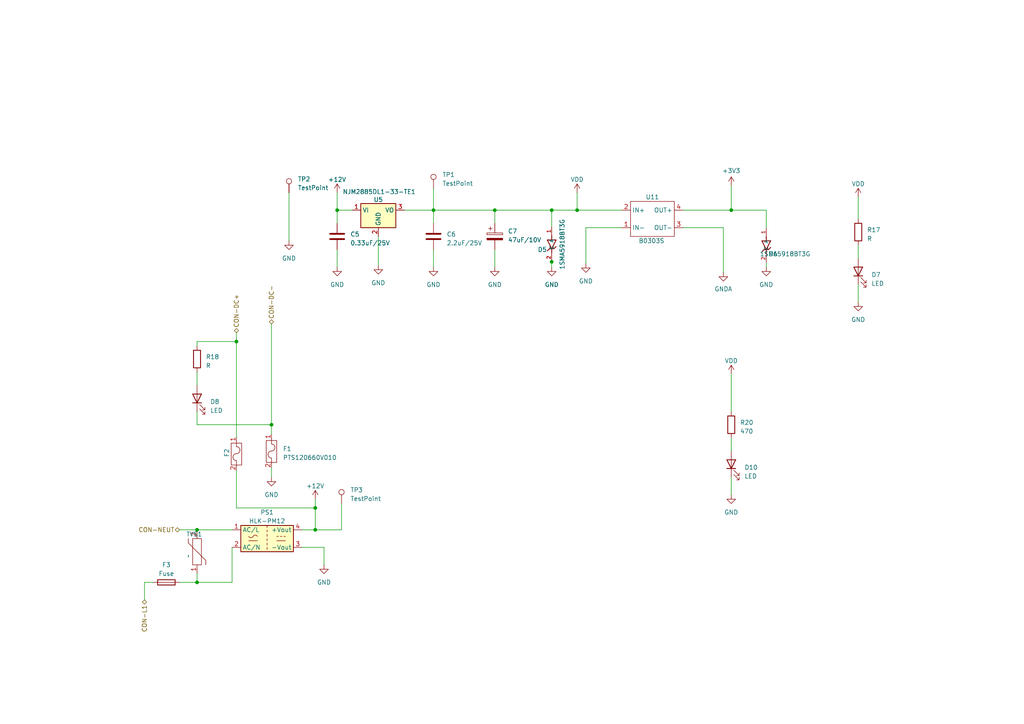
<source format=kicad_sch>
(kicad_sch (version 20230121) (generator eeschema)
  (paper "A4")
  (lib_symbols
    (symbol "1SMA5918BT3G:1SMA5918BT3G" (pin_names (offset 1.016))
      (property "Reference" "D6" (at 2.54 0.635 90))
      (property "Value" "1SMA5918BT3G" (at 2.54 -1.905 90))
      (symbol "1SMA5918BT3G_0_0"
        (polyline (pts (xy -2.54 0) (xy -1.27 0)) (stroke (width 0.254)))
        (polyline (pts (xy -1.27 -1.27) (xy 1.27 0)) (stroke (width 0.254)))
        (polyline (pts (xy -1.27 0) (xy -1.27 -1.27)) (stroke (width 0.254)))
        (polyline (pts (xy -1.27 1.27) (xy -1.27 0)) (stroke (width 0.254)))
        (polyline (pts (xy 0.635 1.27) (xy 1.27 0.635)) (stroke (width 0.254)))
        (polyline (pts (xy 1.27 -0.635) (xy 1.905 -1.27)) (stroke (width 0.254)))
        (polyline (pts (xy 1.27 0) (xy -1.27 1.27)) (stroke (width 0.254)))
        (polyline (pts (xy 1.27 0) (xy 1.27 -0.635)) (stroke (width 0.254)))
        (polyline (pts (xy 1.27 0.635) (xy 1.27 0)) (stroke (width 0.254)))
        (polyline (pts (xy 2.54 0) (xy 1.27 0)) (stroke (width 0.254)))
        (pin passive line (at -5.08 0 0) (length 2.54) (name "A") (number "1"))
        (pin passive line (at 5.08 0 180) (length 2.54) (name "C") (number "2"))
      )
    )
    (symbol "1SMA5918BT3G_1" (pin_names (offset 1.016))
      (property "Reference" "D5" (at 0.635 -2.54 90))
      (property "Value" "1SMA5918BT3G" (at -1.905 -2.54 90))
      (symbol "1SMA5918BT3G_1_0_0"
        (polyline (pts (xy -2.54 0) (xy -1.27 0)) (stroke (width 0.254)))
        (polyline (pts (xy -1.27 -1.27) (xy 1.27 0)) (stroke (width 0.254)))
        (polyline (pts (xy -1.27 0) (xy -1.27 -1.27)) (stroke (width 0.254)))
        (polyline (pts (xy -1.27 1.27) (xy -1.27 0)) (stroke (width 0.254)))
        (polyline (pts (xy 0.635 1.27) (xy 1.27 0.635)) (stroke (width 0.254)))
        (polyline (pts (xy 1.27 -0.635) (xy 1.905 -1.27)) (stroke (width 0.254)))
        (polyline (pts (xy 1.27 0) (xy -1.27 1.27)) (stroke (width 0.254)))
        (polyline (pts (xy 1.27 0) (xy 1.27 -0.635)) (stroke (width 0.254)))
        (polyline (pts (xy 1.27 0.635) (xy 1.27 0)) (stroke (width 0.254)))
        (polyline (pts (xy 2.54 0) (xy 1.27 0)) (stroke (width 0.254)))
        (pin passive line (at -5.08 0 0) (length 2.54) (name "A") (number "1"))
        (pin passive line (at 5.08 0 180) (length 2.54) (name "C") (number "2"))
      )
    )
    (symbol "Connector:TestPoint" (pin_numbers hide) (pin_names (offset 0.762) hide)
      (property "Reference" "TP" (at 0 6.858 0))
      (property "Value" "TestPoint" (at 0 5.08 0))
      (symbol "TestPoint_0_1"
        (circle (center 0 3.302) (radius 0.762))
      )
      (symbol "TestPoint_1_1"
        (pin passive line (at 0 0 90) (length 2.54) (name "1") (number "1"))
      )
    )
    (symbol "Converter_ACDC:HLK-PM12"
      (property "Reference" "PS" (at 0 5.08 0))
      (property "Value" "HLK-PM12" (at 0 -5.08 0))
      (symbol "HLK-PM12_0_1"
        (rectangle (start -7.62 3.81) (end 7.62 -3.81) (stroke (width 0.254)) (fill (type background)))
        (arc (start -5.334 0.635) (mid -4.699 0.2495) (end -4.064 0.635))
        (arc (start -2.794 0.635) (mid -3.429 1.0072) (end -4.064 0.635))
        (polyline (pts (xy -5.334 -0.635) (xy -2.794 -0.635)))
        (polyline (pts (xy 0 -2.54) (xy 0 -3.175)))
        (polyline (pts (xy 0 -1.27) (xy 0 -1.905)))
        (polyline (pts (xy 0 0) (xy 0 -0.635)))
        (polyline (pts (xy 0 1.27) (xy 0 0.635)))
        (polyline (pts (xy 0 2.54) (xy 0 1.905)))
        (polyline (pts (xy 0 3.81) (xy 0 3.175)))
        (polyline (pts (xy 2.794 -0.635) (xy 5.334 -0.635)))
        (polyline (pts (xy 2.794 0.635) (xy 3.302 0.635)))
        (polyline (pts (xy 3.81 0.635) (xy 4.318 0.635)))
        (polyline (pts (xy 4.826 0.635) (xy 5.334 0.635)))
      )
      (symbol "HLK-PM12_1_1"
        (pin power_in line (at -10.16 2.54 0) (length 2.54) (name "AC/L") (number "1"))
        (pin power_in line (at -10.16 -2.54 0) (length 2.54) (name "AC/N") (number "2"))
        (pin power_out line (at 10.16 -2.54 180) (length 2.54) (name "-Vout") (number "3"))
        (pin power_out line (at 10.16 2.54 180) (length 2.54) (name "+Vout") (number "4"))
      )
    )
    (symbol "Device:C" (pin_numbers hide) (pin_names (offset 0.254))
      (property "Reference" "C" (at 0.635 2.54 0))
      (property "Value" "C" (at 0.635 -2.54 0))
      (symbol "C_0_1"
        (polyline (pts (xy -2.032 -0.762) (xy 2.032 -0.762)) (stroke (width 0.508)))
        (polyline (pts (xy -2.032 0.762) (xy 2.032 0.762)) (stroke (width 0.508)))
      )
      (symbol "C_1_1"
        (pin passive line (at 0 3.81 270) (length 2.794) (name "~") (number "1"))
        (pin passive line (at 0 -3.81 90) (length 2.794) (name "~") (number "2"))
      )
    )
    (symbol "Device:C_Polarized" (pin_numbers hide) (pin_names (offset 0.254))
      (property "Reference" "C" (at 0.635 2.54 0))
      (property "Value" "C_Polarized" (at 0.635 -2.54 0))
      (symbol "C_Polarized_0_1"
        (rectangle (start -2.286 0.508) (end 2.286 1.016))
        (polyline (pts (xy -1.778 2.286) (xy -0.762 2.286)))
        (polyline (pts (xy -1.27 2.794) (xy -1.27 1.778)))
        (rectangle (start 2.286 -0.508) (end -2.286 -1.016) (fill (type outline)))
      )
      (symbol "C_Polarized_1_1"
        (pin passive line (at 0 3.81 270) (length 2.794) (name "~") (number "1"))
        (pin passive line (at 0 -3.81 90) (length 2.794) (name "~") (number "2"))
      )
    )
    (symbol "Device:Fuse" (pin_numbers hide) (pin_names (offset 0))
      (property "Reference" "F" (at 2.032 0 90))
      (property "Value" "Fuse" (at -1.905 0 90))
      (symbol "Fuse_0_1"
        (rectangle (start -0.762 -2.54) (end 0.762 2.54) (stroke (width 0.254)))
        (polyline (pts (xy 0 2.54) (xy 0 -2.54)))
      )
      (symbol "Fuse_1_1"
        (pin passive line (at 0 3.81 270) (length 1.27) (name "~") (number "1"))
        (pin passive line (at 0 -3.81 90) (length 1.27) (name "~") (number "2"))
      )
    )
    (symbol "Device:LED" (pin_numbers hide) (pin_names (offset 1.016) hide)
      (property "Reference" "D" (at 0 2.54 0))
      (property "Value" "LED" (at 0 -2.54 0))
      (symbol "LED_0_1"
        (polyline (pts (xy -1.27 -1.27) (xy -1.27 1.27)) (stroke (width 0.254)))
        (polyline (pts (xy -1.27 0) (xy 1.27 0)))
        (polyline (pts (xy 1.27 -1.27) (xy 1.27 1.27) (xy -1.27 0) (xy 1.27 -1.27)) (stroke (width 0.254)))
        (polyline (pts (xy -3.048 -0.762) (xy -4.572 -2.286) (xy -3.81 -2.286) (xy -4.572 -2.286) (xy -4.572 -1.524)))
        (polyline (pts (xy -1.778 -0.762) (xy -3.302 -2.286) (xy -2.54 -2.286) (xy -3.302 -2.286) (xy -3.302 -1.524)))
      )
      (symbol "LED_1_1"
        (pin passive line (at -3.81 0 0) (length 2.54) (name "K") (number "1"))
        (pin passive line (at 3.81 0 180) (length 2.54) (name "A") (number "2"))
      )
    )
    (symbol "Device:R" (pin_numbers hide) (pin_names (offset 0))
      (property "Reference" "R" (at 2.032 0 90))
      (property "Value" "R" (at 0 0 90))
      (symbol "R_0_1"
        (rectangle (start -1.016 -2.54) (end 1.016 2.54) (stroke (width 0.254)))
      )
      (symbol "R_1_1"
        (pin passive line (at 0 3.81 270) (length 1.27) (name "~") (number "1"))
        (pin passive line (at 0 -3.81 90) (length 1.27) (name "~") (number "2"))
      )
    )
    (symbol "New_Library:B0505S-W2R2"
      (property "Reference" "U11" (at 1.27 6.35 0))
      (property "Value" "~" (at -15.24 10.16 0))
      (symbol "B0505S-W2R2_0_1"
        (rectangle (start -5.08 5.08) (end 7.62 -5.08))
      )
      (symbol "B0505S-W2R2_1_1"
        (pin input line (at -7.62 -2.54 0) (length 2.54) (name "IN-") (number "1"))
        (pin input line (at -7.62 2.54 0) (length 2.54) (name "IN+") (number "2"))
        (pin output line (at 10.16 -2.54 180) (length 2.54) (name "OUT-") (number "3"))
        (pin output line (at 10.16 2.54 180) (length 2.54) (name "OUT+") (number "4"))
      )
    )
    (symbol "New_Library:NJM2885DL1-33-TE1"
      (property "Reference" "U" (at 0 0 0))
      (symbol "NJM2885DL1-33-TE1_0_1"
        (rectangle (start -4.826 -1.143) (end 5.334 -8.128) (stroke (width 0.254)) (fill (type background)))
      )
      (symbol "NJM2885DL1-33-TE1_1_1"
        (pin power_in line (at -7.366 -3.048 0) (length 2.54) (name "VI") (number "1"))
        (pin power_in line (at 0.254 -10.668 90) (length 2.54) (name "GND") (number "2"))
        (pin power_out line (at 7.874 -3.048 180) (length 2.54) (name "VO") (number "3"))
      )
    )
    (symbol "New_Library:P10V275"
      (property "Reference" "TVS1" (at 6.35 0.635 90))
      (property "Value" "~" (at 0 0 0))
      (symbol "P10V275_0_1"
        (polyline (pts (xy 5.08 0) (xy 3.81 0) (xy -1.27 -5.08) (xy -2.54 -5.08)))
        (polyline (pts (xy -2.54 -1.27) (xy -2.54 -3.81) (xy 5.08 -3.81) (xy 5.08 -1.27) (xy -2.54 -1.27)))
      )
      (symbol "P10V275_1_1"
        (pin bidirectional line (at -5.08 -2.54 0) (length 2.54) (name "") (number "1"))
        (pin bidirectional line (at 7.62 -2.54 180) (length 2.54) (name "") (number "2"))
      )
    )
    (symbol "New_Library:PTS120660V010"
      (property "Reference" "F" (at 0 0 90))
      (property "Value" "PTS120660V010" (at 5.588 1.016 90))
      (symbol "PTS120660V010_0_1"
        (polyline (pts (xy 2.54 -3.302) (xy 2.54 -1.778)))
        (polyline (pts (xy 2.54 2.286) (xy 2.54 3.81)))
        (rectangle (start 1.016 3.302) (end 4.064 -3.048))
        (arc (start 1.5222 -0.7638) (mid 1.8203 -1.4817) (end 2.5382 -1.7798))
        (arc (start 2.5382 0.2558) (mid 1.8203 -0.0423) (end 1.5222 -0.7602))
        (arc (start 2.5418 0.2522) (mid 3.2597 0.5503) (end 3.5578 1.2682))
        (arc (start 3.556 1.27) (mid 3.2578 1.9878) (end 2.54 2.286))
      )
      (symbol "PTS120660V010_1_1"
        (pin passive line (at 2.54 5.08 270) (length 1.27) (name "~") (number "1"))
        (pin passive line (at 2.54 -4.572 90) (length 1.27) (name "~") (number "2"))
      )
    )
    (symbol "power:+12V" (power) (pin_names (offset 0))
      (property "Value" "+12V" (at 0 3.556 0))
      (symbol "+12V_0_1"
        (polyline (pts (xy -0.762 1.27) (xy 0 2.54)))
        (polyline (pts (xy 0 0) (xy 0 2.54)))
        (polyline (pts (xy 0 2.54) (xy 0.762 1.27)))
      )
      (symbol "+12V_1_1"
        (pin power_in line (at 0 0 90) (length 0) hide (name "+12V") (number "1"))
      )
    )
    (symbol "power:+3V3" (power) (pin_names (offset 0))
      (property "Value" "+3V3" (at 0 3.556 0))
      (symbol "+3V3_0_1"
        (polyline (pts (xy -0.762 1.27) (xy 0 2.54)))
        (polyline (pts (xy 0 0) (xy 0 2.54)))
        (polyline (pts (xy 0 2.54) (xy 0.762 1.27)))
      )
      (symbol "+3V3_1_1"
        (pin power_in line (at 0 0 90) (length 0) hide (name "+3V3") (number "1"))
      )
    )
    (symbol "power:GND" (power) (pin_names (offset 0))
      (property "Value" "GND" (at 0 -3.81 0))
      (symbol "GND_0_1"
        (polyline (pts (xy 0 0) (xy 0 -1.27) (xy 1.27 -1.27) (xy 0 -2.54) (xy -1.27 -1.27) (xy 0 -1.27)))
      )
      (symbol "GND_1_1"
        (pin power_in line (at 0 0 270) (length 0) hide (name "GND") (number "1"))
      )
    )
    (symbol "power:GNDA" (power) (pin_names (offset 0))
      (property "Value" "GNDA" (at 0 -3.81 0))
      (symbol "GNDA_0_1"
        (polyline (pts (xy 0 0) (xy 0 -1.27) (xy 1.27 -1.27) (xy 0 -2.54) (xy -1.27 -1.27) (xy 0 -1.27)))
      )
      (symbol "GNDA_1_1"
        (pin power_in line (at 0 0 270) (length 0) hide (name "GNDA") (number "1"))
      )
    )
    (symbol "power:VDD" (power) (pin_names (offset 0))
      (property "Value" "VDD" (at 0 3.81 0))
      (symbol "VDD_0_1"
        (polyline (pts (xy -0.762 1.27) (xy 0 2.54)))
        (polyline (pts (xy 0 0) (xy 0 2.54)))
        (polyline (pts (xy 0 2.54) (xy 0.762 1.27)))
      )
      (symbol "VDD_1_1"
        (pin power_in line (at 0 0 90) (length 0) hide (name "VDD") (number "1"))
      )
    )
  )
  (junction (at 57.15 153.67))
  (junction (at 167.386 60.96))
  (junction (at 160.02 60.96))
  (junction (at 125.73 60.96))
  (junction (at 91.44 147.32))
  (junction (at 68.58 99.06))
  (junction (at 78.74 123.19))
  (junction (at 97.79 60.96))
  (junction (at 91.44 153.67))
  (junction (at 160.02 75.946))
  (junction (at 57.15 168.91))
  (junction (at 143.51 60.96))
  (junction (at 212.09 60.96))
  (wire (pts (xy 117.348 60.96) (xy 125.73 60.96)))
  (wire (pts (xy 57.15 168.91) (xy 67.31 168.91)))
  (wire (pts (xy 91.44 144.78) (xy 91.44 147.32)))
  (wire (pts (xy 143.51 72.39) (xy 143.51 77.47)))
  (wire (pts (xy 209.804 66.04) (xy 209.804 78.994)))
  (wire (pts (xy 212.09 127) (xy 212.09 130.81)))
  (wire (pts (xy 87.63 158.75) (xy 93.98 158.75)))
  (wire (pts (xy 167.386 55.88) (xy 167.386 60.96)))
  (wire (pts (xy 248.92 71.12) (xy 248.92 74.93)))
  (wire (pts (xy 68.58 99.06) (xy 68.58 126.746)))
  (wire (pts (xy 52.07 168.91) (xy 57.15 168.91)))
  (wire (pts (xy 68.58 136.398) (xy 68.58 147.32)))
  (wire (pts (xy 125.73 60.96) (xy 143.51 60.96)))
  (wire (pts (xy 57.15 166.37) (xy 57.15 168.91)))
  (wire (pts (xy 99.06 153.67) (xy 91.44 153.67)))
  (wire (pts (xy 68.58 147.32) (xy 91.44 147.32)))
  (wire (pts (xy 198.12 60.96) (xy 212.09 60.96)))
  (wire (pts (xy 167.386 60.96) (xy 180.34 60.96)))
  (wire (pts (xy 57.15 153.67) (xy 67.31 153.67)))
  (wire (pts (xy 248.92 82.55) (xy 248.92 87.63)))
  (wire (pts (xy 169.926 66.04) (xy 180.34 66.04)))
  (wire (pts (xy 97.79 60.96) (xy 102.108 60.96)))
  (wire (pts (xy 125.73 54.61) (xy 125.73 60.96)))
  (wire (pts (xy 67.31 168.91) (xy 67.31 158.75)))
  (wire (pts (xy 160.02 60.96) (xy 160.02 65.786)))
  (wire (pts (xy 248.92 57.15) (xy 248.92 63.5)))
  (wire (pts (xy 83.82 55.88) (xy 83.82 69.85)))
  (wire (pts (xy 212.09 53.848) (xy 212.09 60.96)))
  (wire (pts (xy 160.02 75.946) (xy 160.02 77.47)))
  (wire (pts (xy 52.07 153.67) (xy 57.15 153.67)))
  (wire (pts (xy 222.25 76.2) (xy 222.25 77.47)))
  (wire (pts (xy 97.79 55.88) (xy 97.79 60.96)))
  (wire (pts (xy 78.74 135.636) (xy 78.74 138.43)))
  (wire (pts (xy 91.44 147.32) (xy 91.44 153.67)))
  (wire (pts (xy 99.06 146.05) (xy 99.06 153.67)))
  (wire (pts (xy 125.73 60.96) (xy 125.73 64.77)))
  (wire (pts (xy 97.79 60.96) (xy 97.79 64.77)))
  (wire (pts (xy 212.09 108.458) (xy 212.09 119.38)))
  (wire (pts (xy 143.51 60.96) (xy 160.02 60.96)))
  (wire (pts (xy 68.58 96.52) (xy 68.58 99.06)))
  (wire (pts (xy 212.09 60.96) (xy 222.25 60.96)))
  (wire (pts (xy 57.15 99.06) (xy 68.58 99.06)))
  (wire (pts (xy 143.51 60.96) (xy 143.51 64.77)))
  (wire (pts (xy 57.15 107.95) (xy 57.15 111.76)))
  (wire (pts (xy 222.25 66.04) (xy 222.25 60.96)))
  (wire (pts (xy 160.02 75.946) (xy 160.02 75.184)))
  (wire (pts (xy 125.73 72.39) (xy 125.73 77.47)))
  (wire (pts (xy 169.926 76.454) (xy 169.926 66.04)))
  (wire (pts (xy 160.02 60.96) (xy 167.386 60.96)))
  (wire (pts (xy 109.728 68.58) (xy 109.728 76.962)))
  (wire (pts (xy 78.74 123.19) (xy 57.15 123.19)))
  (wire (pts (xy 41.91 173.99) (xy 41.91 168.91)))
  (wire (pts (xy 212.09 138.43) (xy 212.09 143.51)))
  (wire (pts (xy 93.98 158.75) (xy 93.98 163.83)))
  (wire (pts (xy 198.12 66.04) (xy 209.804 66.04)))
  (wire (pts (xy 41.91 168.91) (xy 44.45 168.91)))
  (wire (pts (xy 57.15 123.19) (xy 57.15 119.38)))
  (wire (pts (xy 78.74 93.98) (xy 78.74 123.19)))
  (wire (pts (xy 78.74 123.19) (xy 78.74 125.984)))
  (wire (pts (xy 57.15 99.06) (xy 57.15 100.33)))
  (wire (pts (xy 91.44 153.67) (xy 87.63 153.67)))
  (wire (pts (xy 97.79 72.39) (xy 97.79 77.47)))
  (hierarchical_label "CON-NEUT" (shape bidirectional) (at 52.07 153.67 180))
  (hierarchical_label "CON-DC-" (shape bidirectional) (at 78.74 93.98 90))
  (hierarchical_label "CON-L1" (shape bidirectional) (at 41.91 173.99 270))
  (hierarchical_label "CON-DC+" (shape bidirectional) (at 68.58 96.52 90))
  (symbol (lib_id "1SMA5918BT3G:1SMA5918BT3G") (at 222.25 71.12 270) (unit 1)
    (property "Reference" "D6" (at 222.885 73.66 90) (effects (justify left)))
    (property "Value" "1SMA5918BT3G" (at 220.345 73.66 90) (effects (justify left)))
    (property "Footprint" "Diode_SMD:D_0805_2012Metric" (effects hide))
    (property "PARTREV" "10" (effects hide))
    (property "STANDARD" "IPC-7351B" (effects hide))
    (property "MAXIMUM_PACKAGE_HEIGHT" "2.20mm" (effects hide))
    (property "MANUFACTURER" "ON Semiconductor" (effects hide))
  )
  (symbol (lib_id "power:VDD") (at 248.92 57.15 0) (unit 1)
    (property "Reference" "#PWR032" (effects hide))
    (property "Value" "VDD" (at 248.92 53.34 0))
  )
  (symbol (lib_id "power:GND") (at 212.09 143.51 0) (unit 1)
    (property "Reference" "#PWR040" (effects hide))
    (property "Value" "GND" (at 212.09 148.59 0))
  )
  (symbol (lib_id "Device:R") (at 57.15 104.14 0) (unit 1)
    (property "Reference" "R18" (at 59.69 103.505 0) (effects (justify left)))
    (property "Value" "R" (at 59.69 106.045 0) (effects (justify left)))
    (property "Footprint" "Diode_SMD:D_0805_2012Metric" (effects hide))
  )
  (symbol (lib_id "power:GND") (at 160.02 77.47 0) (unit 1)
    (property "Reference" "#PWR028" (effects hide))
    (property "Value" "GND" (at 160.02 82.55 0))
  )
  (symbol (lib_id "power:GND") (at 78.74 138.43 0) (unit 1)
    (property "Reference" "#PWR034" (effects hide))
    (property "Value" "GND" (at 78.74 143.51 0))
  )
  (symbol (lib_id "power:GND") (at 125.73 77.47 0) (unit 1)
    (property "Reference" "#PWR026" (effects hide))
    (property "Value" "GND" (at 125.73 82.55 0))
  )
  (symbol (lib_name "1SMA5918BT3G_1") (lib_id "1SMA5918BT3G:1SMA5918BT3G") (at 160.02 70.866 270) (unit 1)
    (property "Reference" "D5" (at 155.956 72.39 90) (effects (justify left)))
    (property "Value" "1SMA5918BT3G" (at 163.068 63.5 0) (effects (justify left)))
    (property "Footprint" "Diode_SMD:D_0805_2012Metric" (effects hide))
    (property "PARTREV" "10" (effects hide))
    (property "STANDARD" "IPC-7351B" (effects hide))
    (property "MAXIMUM_PACKAGE_HEIGHT" "2.20mm" (effects hide))
    (property "MANUFACTURER" "ON Semiconductor" (effects hide))
  )
  (symbol (lib_id "Connector:TestPoint") (at 125.73 54.61 0) (unit 1)
    (property "Reference" "TP1" (at 128.27 50.673 0) (effects (justify left)))
    (property "Value" "TestPoint" (at 128.27 53.213 0) (effects (justify left)))
    (property "Footprint" "TestPoint:TestPoint_Loop_D1.80mm_Drill1.0mm_Beaded" (effects hide))
  )
  (symbol (lib_id "New_Library:P10V275") (at 54.61 161.29 90) (unit 1)
    (property "Reference" "TVS1" (at 53.975 154.94 90) (effects (justify right)))
    (property "Value" "~" (at 54.61 161.29 0))
    (property "Footprint" "Varistor:RV_Disc_D21.5mm_W7.5mm_P10mm" (effects hide))
  )
  (symbol (lib_id "power:+12V") (at 91.44 144.78 0) (unit 1)
    (property "Reference" "#PWR035" (effects hide))
    (property "Value" "+12V" (at 91.44 140.97 0))
  )
  (symbol (lib_id "power:GND") (at 93.98 163.83 0) (unit 1)
    (property "Reference" "#PWR036" (effects hide))
    (property "Value" "GND" (at 93.98 168.91 0))
  )
  (symbol (lib_id "power:GND") (at 83.82 69.85 0) (unit 1)
    (property "Reference" "#PWR031" (effects hide))
    (property "Value" "GND" (at 83.82 74.93 0))
  )
  (symbol (lib_id "power:GND") (at 97.79 77.47 0) (unit 1)
    (property "Reference" "#PWR025" (effects hide))
    (property "Value" "GND" (at 97.79 82.55 0))
  )
  (symbol (lib_id "Device:C") (at 125.73 68.58 0) (unit 1)
    (property "Reference" "C6" (at 129.54 67.945 0) (effects (justify left)))
    (property "Value" "2.2uF/25V" (at 129.54 70.485 0) (effects (justify left)))
    (property "Footprint" "Capacitor_SMD:C_0805_2012Metric" (effects hide))
  )
  (symbol (lib_id "Device:C_Polarized") (at 143.51 68.58 0) (unit 1)
    (property "Reference" "C7" (at 147.32 67.056 0) (effects (justify left)))
    (property "Value" "47uF/10V" (at 147.32 69.596 0) (effects (justify left)))
    (property "Footprint" "Capacitor_SMD:C_0805_2012Metric" (effects hide))
  )
  (symbol (lib_id "New_Library:PTS120660V010") (at 66.04 131.826 0) (unit 1)
    (property "Reference" "F2" (at 65.786 132.588 90) (effects (justify left)))
    (property "Value" "PTS120660V010" (effects hide))
    (property "Footprint" "Fuse:Fuse_1206_3216Metric" (effects hide))
  )
  (symbol (lib_id "New_Library:PTS120660V010") (at 76.2 131.064 0) (unit 1)
    (property "Reference" "F1" (at 82.042 130.175 0) (effects (justify left)))
    (property "Value" "PTS120660V010" (at 82.042 132.715 0) (effects (justify left)))
    (property "Footprint" "Fuse:Fuse_1206_3216Metric" (effects hide))
  )
  (symbol (lib_id "power:+12V") (at 97.79 55.88 0) (unit 1)
    (property "Reference" "#PWR021" (effects hide))
    (property "Value" "+12V" (at 97.79 52.07 0))
  )
  (symbol (lib_id "Device:C") (at 97.79 68.58 0) (unit 1)
    (property "Reference" "C5" (at 101.6 67.945 0) (effects (justify left)))
    (property "Value" "0.33uF/25V" (at 101.6 70.485 0) (effects (justify left)))
    (property "Footprint" "Capacitor_SMD:C_0805_2012Metric" (effects hide))
  )
  (symbol (lib_id "power:GNDA") (at 209.804 78.994 0) (unit 1)
    (property "Reference" "#PWR030" (effects hide))
    (property "Value" "GNDA" (at 209.804 83.82 0))
  )
  (symbol (lib_id "Converter_ACDC:HLK-PM12") (at 77.47 156.21 0) (unit 1)
    (property "Reference" "PS1" (at 77.47 148.59 0))
    (property "Value" "HLK-PM12" (at 77.47 151.13 0))
    (property "Footprint" "Converter_ACDC:Converter_ACDC_HiLink_HLK-PMxx" (effects hide))
    (property "Datasheet" "http://www.hlktech.net/product_detail.php?ProId=56" (effects hide))
  )
  (symbol (lib_id "power:GND") (at 222.25 77.47 0) (unit 1)
    (property "Reference" "#PWR023" (effects hide))
    (property "Value" "GND" (at 222.25 82.55 0))
  )
  (symbol (lib_id "New_Library:B0505S-W2R2") (at 187.96 63.5 0) (unit 1)
    (property "Reference" "U11" (at 189.23 57.15 0))
    (property "Value" "B0303S" (at 188.976 69.85 0))
    (property "Footprint" "Huellas:B0505S-W2R2" (effects hide))
  )
  (symbol (lib_id "power:VDD") (at 212.09 108.458 0) (unit 1)
    (property "Reference" "#PWR022" (effects hide))
    (property "Value" "VDD" (at 212.09 104.648 0))
  )
  (symbol (lib_id "Device:LED") (at 57.15 115.57 90) (unit 1)
    (property "Reference" "D8" (at 60.96 116.5225 90) (effects (justify right)))
    (property "Value" "LED" (at 60.96 119.0625 90) (effects (justify right)))
    (property "Footprint" "Diode_SMD:D_0805_2012Metric" (effects hide))
  )
  (symbol (lib_id "power:GND") (at 248.92 87.63 0) (unit 1)
    (property "Reference" "#PWR033" (effects hide))
    (property "Value" "GND" (at 248.92 92.71 0))
  )
  (symbol (lib_id "Device:LED") (at 248.92 78.74 90) (unit 1)
    (property "Reference" "D7" (at 252.73 79.6925 90) (effects (justify right)))
    (property "Value" "LED" (at 252.73 82.2325 90) (effects (justify right)))
    (property "Footprint" "Diode_SMD:D_0805_2012Metric" (effects hide))
  )
  (symbol (lib_id "Device:Fuse") (at 48.26 168.91 90) (unit 1)
    (property "Reference" "F3" (at 48.26 163.83 90))
    (property "Value" "Fuse" (at 48.26 166.37 90))
    (property "Footprint" "Fuse:Fuseholder_Cylinder-5x20mm_Stelvio-Kontek_PTF78_Horizontal_Open" (effects hide))
  )
  (symbol (lib_id "Device:LED") (at 212.09 134.62 90) (unit 1)
    (property "Reference" "D10" (at 215.9 135.5725 90) (effects (justify right)))
    (property "Value" "LED" (at 215.9 138.1125 90) (effects (justify right)))
    (property "Footprint" "Diode_SMD:D_0805_2012Metric" (effects hide))
  )
  (symbol (lib_id "New_Library:NJM2885DL1-33-TE1") (at 109.474 57.912 0) (unit 1)
    (property "Reference" "U5" (at 109.728 57.912 0))
    (property "Value" "NJM2885DL1-33-TE1" (at 109.982 55.626 0))
    (property "Footprint" "3.3:DPAK228P968X238-4N" (effects hide))
  )
  (symbol (lib_id "Connector:TestPoint") (at 83.82 55.88 0) (unit 1)
    (property "Reference" "TP2" (at 86.36 51.943 0) (effects (justify left)))
    (property "Value" "TestPoint" (at 86.36 54.483 0) (effects (justify left)))
    (property "Footprint" "TestPoint:TestPoint_Loop_D1.80mm_Drill1.0mm_Beaded" (effects hide))
  )
  (symbol (lib_id "power:GND") (at 169.926 76.454 0) (unit 1)
    (property "Reference" "#PWR029" (effects hide))
    (property "Value" "GND" (at 169.926 81.534 0))
  )
  (symbol (lib_id "Device:R") (at 212.09 123.19 0) (unit 1)
    (property "Reference" "R20" (at 214.63 122.555 0) (effects (justify left)))
    (property "Value" "470" (at 214.63 125.095 0) (effects (justify left)))
    (property "Footprint" "Diode_SMD:D_0805_2012Metric" (effects hide))
  )
  (symbol (lib_id "power:VDD") (at 167.386 55.88 0) (unit 1)
    (property "Reference" "#PWR062" (effects hide))
    (property "Value" "VDD" (at 167.386 52.07 0))
  )
  (symbol (lib_id "power:+3V3") (at 212.09 53.848 0) (unit 1)
    (property "Reference" "#PWR024" (effects hide))
    (property "Value" "+3V3" (at 212.09 49.53 0))
  )
  (symbol (lib_id "power:GND") (at 143.51 77.47 0) (unit 1)
    (property "Reference" "#PWR027" (effects hide))
    (property "Value" "GND" (at 143.51 82.55 0))
  )
  (symbol (lib_id "Connector:TestPoint") (at 99.06 146.05 0) (unit 1)
    (property "Reference" "TP3" (at 101.6 142.113 0) (effects (justify left)))
    (property "Value" "TestPoint" (at 101.6 144.653 0) (effects (justify left)))
    (property "Footprint" "TestPoint:TestPoint_Loop_D1.80mm_Drill1.0mm_Beaded" (effects hide))
  )
  (symbol (lib_id "power:GND") (at 109.728 76.962 0) (unit 1)
    (property "Reference" "#PWR061" (effects hide))
    (property "Value" "GND" (at 109.728 82.042 0))
  )
  (symbol (lib_id "Device:R") (at 248.92 67.31 0) (unit 1)
    (property "Reference" "R17" (at 251.46 66.675 0) (effects (justify left)))
    (property "Value" "R" (at 251.46 69.215 0) (effects (justify left)))
    (property "Footprint" "Diode_SMD:D_0805_2012Metric" (effects hide))
  )
)
</source>
